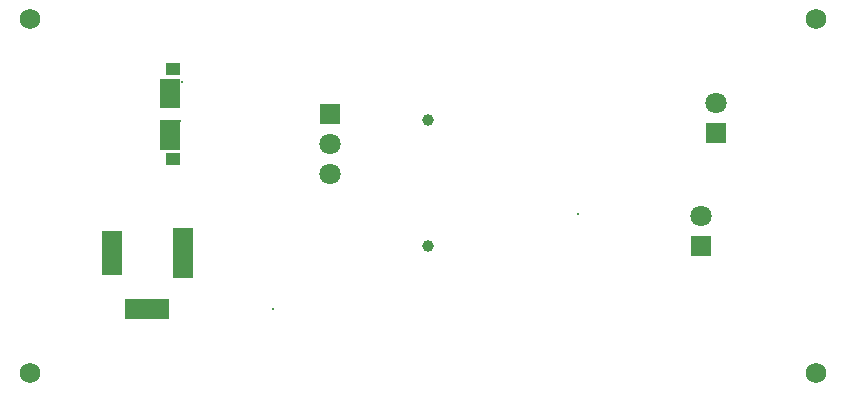
<source format=gbs>
%FSTAX23Y23*%
%MOIN*%
%SFA1B1*%

%IPPOS*%
%ADD14R,0.067060X0.021780*%
%ADD26C,0.068000*%
%ADD27R,0.070990X0.070990*%
%ADD28C,0.070990*%
%ADD29R,0.145800X0.067060*%
%ADD30R,0.067060X0.145800*%
%ADD31R,0.067060X0.165480*%
%ADD32C,0.039500*%
%ADD33C,0.009000*%
%ADD55R,0.047370X0.043430*%
%LNpcb1_(1)-1*%
%LPD*%
G54D14*
X00517Y01023D03*
Y01003D03*
Y00983D03*
Y00964D03*
Y00944D03*
Y00885D03*
Y00865D03*
Y00846D03*
Y00826D03*
Y00806D03*
G54D26*
X0267Y0123D03*
Y0005D03*
X0005D03*
Y0123D03*
G54D27*
X02284Y00475D03*
X01049Y00915D03*
X02334Y0085D03*
G54D28*
X02284Y00575D03*
X01049Y00815D03*
Y00715D03*
X02334Y0095D03*
G54D29*
X0044Y00265D03*
G54D30*
X00321Y0045D03*
G54D31*
X00558Y0045D03*
G54D32*
X01375Y00475D03*
Y00895D03*
G54D33*
X00557Y01023D03*
X00858Y00265D03*
X01874Y0058D03*
X0055Y0089D03*
G54D55*
X00527Y01065D03*
Y00764D03*
M02*
</source>
